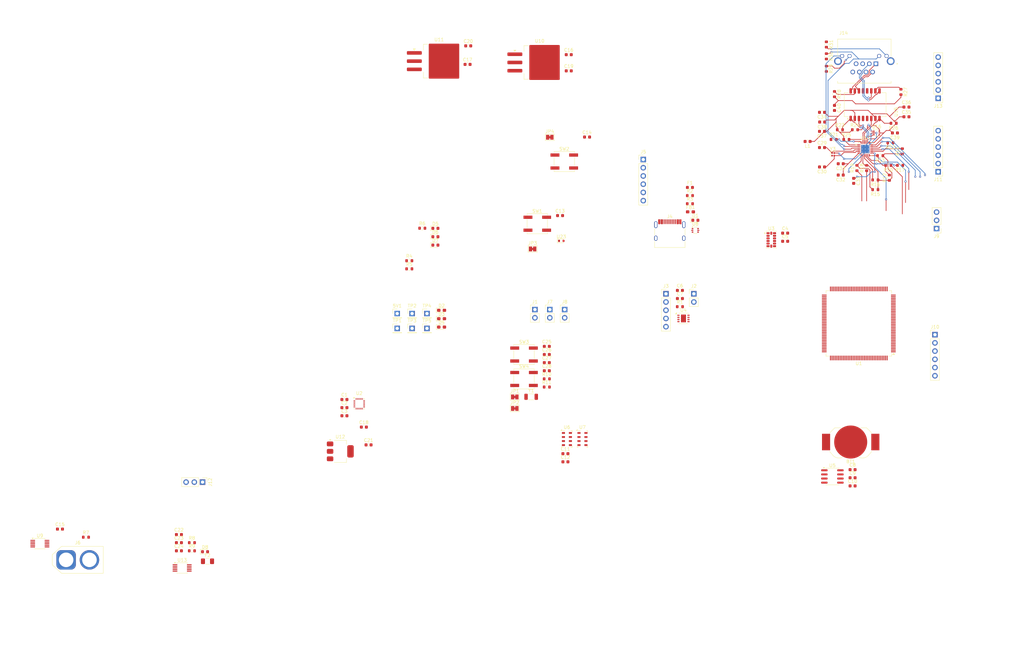
<source format=kicad_pcb>
(kicad_pcb (version 20241229) (generator "pcbnew") (generator_version "9.0")
  (layers (0 "F.Cu" signal) (2 "B.Cu" signal) (13 "F.Paste" user) (15 "B.Paste" user) (5 "F.SilkS" user "F.Silkscreen") (7 "B.SilkS" user "B.Silkscreen") (1 "F.Mask" user) (3 "B.Mask" user) (25 "Edge.Cuts" user))
  (net 0 "")
  (net 19 "Net-(U1-VSS-Pad107)")
  (net 53 "+5V")
  (net 54 "+1V8")
  (net 55 "GND")
  (net 56 "+3V3")
  (net 57 "Net-(U2-REGOUT)")
  (net 58 "Net-(U5-VBAT)")
  (net 59 "Net-(JP3-A)")
  (net 60 "Net-(JP4-A)")
  (net 61 "/power/V_BATT")
  (net 62 "/power/5V_LDO")
  (net 63 "/power/V_BUS_Out")
  (net 64 "/Flashing/VBUS")
  (net 65 "Net-(D1-K)")
  (net 66 "Net-(D2-A)")
  (net 67 "Net-(D3-A)")
  (net 68 "Net-(D4-A)")
  (net 69 "Net-(D8-K)")
  (net 70 "5V_BUS")
  (net 71 "/Flashing/V_USB")
  (net 72 "Net-(F1-Pad2)")
  (net 73 "Net-(U13-Vbus)")
  (net 74 "/MCU/UART8.TX")
  (net 75 "/MCU/UART8.RX")
  (net 76 "/MCU/CAN.RX")
  (net 77 "/MCU/CAN.TX")
  (net 78 "CANL")
  (net 80 "CANH")
  (net 82 "/Flashing/USB-")
  (net 83 "/Flashing/CC2")
  (net 84 "/Flashing/USB+")
  (net 85 "/Flashing/CC1")
  (net 86 "/MCU/ADC1.INP15")
  (net 88 "/power/BATT_INPUT")
  (net 89 "/MCU/I2C4.SDA")
  (net 90 "/MCU/SPI1.SCK")
  (net 91 "/MCU/I2C1.SDA")
  (net 92 "/ADXL375/SPI.SCK")
  (net 93 "/ADXL375/SPI.MOSI")
  (net 94 "/MCU/I2C1.SCL")
  (net 95 "/ADXL375/SPI.MISO")
  (net 96 "/MCU/I2C4.SCL")
  (net 97 "/MCU/SPI1.MOSI")
  (net 98 "/MCU/SPI1.MISO")
  (net 110 "/IMU (2g-16g)/SP1.SCK")
  (net 113 "/IMU (2g-16g)/SPI1.MISO")
  (net 114 "/IMU (2g-16g)/SPI1.MOSI")
  (net 115 "/IMU (2g-16g)/CS")
  (net 116 "/IMU (2g-16g)/INT")
  (net 117 "/ADXL375/INT2")
  (net 118 "/ADXL375/INT1")
  (net 121 "/ADXL375/CS")
  (net 126 "/MS5607/SPI1.MISO")
  (net 127 "/Flashing/D+")
  (net 128 "/Flashing/D-")
  (net 129 "/MCU/UART4.RX")
  (net 130 "/MCU/UART4.TX")
  (net 131 "/Flashing/nRST")
  (net 132 "/MCU/bus_alert")
  (net 133 "/MCU/BUTT_1")
  (net 134 "/MCU/BUTT_0")
  (net 135 "/Extras/OPAMP2.VOUT")
  (net 136 "/MCU/BARO_CS0")
  (net 137 "Net-(C25-Pad2)")
  (net 138 "/MCU/OSC32_OUT")
  (net 139 "/Extras/GPIO.PF2")
  (net 141 "/Extras/OPAMP2.VIN_N")
  (net 143 "/Extras/QSPI.IO3")
  (net 144 "/Extras/QSPI.CS")
  (net 145 "/Extras/ADC1.INP2")
  (net 146 "/Extras/GPIO.PF1")
  (net 147 "/MCU/BARO_CS1")
  (net 148 "/Extras/ADC1.INP6")
  (net 149 "/Extras/GPIO.PF4")
  (net 150 "/Extras/QSPI.IO0")
  (net 151 "/Extras/GPIO.PF0")
  (net 152 "/MCU/OSC32_IN")
  (net 153 "/Extras/QSPI.IO1")
  (net 155 "/Extras/GPIO.PF3")
  (net 157 "/MCU/batt_alert")
  (net 158 "/Extras/QSPI.CLK")
  (net 159 "/Extras/OPAMP2.VIN_P")
  (net 160 "/Extras/QSPI.IO2")
  (net 161 "/Extras/GPIO.PF5")
  (net 162 "Net-(U14-RXD0{slash}MODE0)")
  (net 163 "/Ethernet/RD_P")
  (net 164 "/Ethernet/ETH.MDIO")
  (net 165 "/Ethernet/VDDCR")
  (net 166 "Net-(U14-CRS_DV{slash}MODE2)")
  (net 167 "/Ethernet/LED_Y")
  (net 168 "Net-(U14-RBIAS)")
  (net 169 "Net-(U14-RXER{slash}PHYAD0)")
  (net 170 "/Ethernet/TD_P")
  (net 171 "/Ethernet/ETH.TXD0")
  (net 172 "/Ethernet/3V3_FILTERED")
  (net 173 "Net-(U14-RXD1{slash}MODE1)")
  (net 174 "Net-(U14-~{INT}{slash}REFCLKO)")
  (net 175 "/Ethernet/RD_N")
  (net 176 "/Ethernet/LED_G")
  (net 177 "Net-(U14-XTAL2)")
  (net 178 "/Ethernet/ETH.TX_EN")
  (net 179 "Net-(U14-XTAL1{slash}CLKIN)")
  (net 180 "/Ethernet/TD_N")
  (net 181 "/Ethernet/ETH.MDC")
  (net 182 "/Ethernet/ETH.TXD1")
  (net 183 "/MCU/XTAL_IN")
  (net 184 "/MCU/XTAL_OUT")
  (net 185 "Net-(C40-Pad1)")
  (net 187 "/Ethernet/ETH.RXD0")
  (net 188 "/Ethernet/ETH.RXD1")
  (net 189 "/Ethernet/ETH.CRS_DV")
  (net 190 "/Ethernet/ETH.REF_CLK")
  (net 191 "Net-(R27-Pad1)")
  (net 192 "Net-(R28-Pad1)")
  (net 193 "Net-(J14-Pad11)")
  (net 194 "Net-(J14-Pad9)")
  (net 196 "/Ethernet/TX_P")
  (net 197 "/Ethernet/RX_N")
  (net 198 "/Ethernet/RX_P")
  (net 202 "/Ethernet/TX_N")
  (net 207 "/Extras/GPIO.PE14")
  (net 208 "/Extras/GPIO.PE10")
  (net 209 "/Extras/GPIO.PE12")
  (net 210 "/Extras/GPIO.PE15")
  (net 211 "/Extras/GPIO.PE11")
  (net 212 "/Extras/GPIO.PE13")
  (net 213 "/Extras/ADC1.INN2")
  (footprint "Capacitor_SMD:C_0603_1608Metric" (layer "F.Cu") (at 9 172.88)
    (property "Reference" "C15")
    (property "Value" "0.1uF")
  )
  (footprint "Connector_PinHeader_2.54mm:PinHeader_1x01_P2.54mm_Vertical" (layer "F.Cu") (at 122.25 110.91)
    (property "Reference" "TP5")
    (property "Value" "V_USB")
  )
  (footprint "Sensor_Motion:InvenSense_QFN-24_3x3mm_P0.4mm" (layer "F.Cu") (at 101.355 134.19)
    (property "Reference" "U2")
    (property "Value" "ICM-20948")
  )
  (footprint "Capacitor_SMD:C_0603_1608Metric" (layer "F.Cu") (at 266.65 50.5625 180)
    (property "Reference" "C39")
    (property "Value" "100nF")
  )
  (footprint "Capacitor_SMD:C_0603_1608Metric" (layer "F.Cu") (at 45.71 177.08)
    (property "Reference" "C23")
    (property "Value" "0.1uF")
  )
  (footprint "LED_SMD:LED_0603_1608Metric_Pad1.05x0.95mm_HandSolder" (layer "F.Cu") (at 126.765 105.32)
    (property "Reference" "D2")
    (property "Value" "GREEN")
  )
  (footprint "LED_SMD:LED_0603_1608Metric_Pad1.05x0.95mm_HandSolder" (layer "F.Cu") (at 126.765 110.5)
    (property "Reference" "D4")
    (property "Value" "GREEN")
  )
  (footprint "Capacitor_SMD:C_0603_1608Metric" (layer "F.Cu") (at 159.23 123.99)
    (property "Reference" "C28")
    (property "Value" "5.6uF")
  )
  (footprint "Capacitor_SMD:C_0603_1608Metric" (layer "F.Cu") (at 96.775 135.38)
    (property "Reference" "C2")
    (property "Value" "0.1uF")
  )
  (footprint "Capacitor_SMD:C_0603_1608Metric" (layer "F.Cu") (at 96.775 132.87)
    (property "Reference" "C1")
    (property "Value" "0.1uF")
  )
  (footprint "Button_Switch_SMD:SW_SPST_EVPBF" (layer "F.Cu") (at 156.29 78.59)
    (property "Reference" "SW1")
    (property "Value" "SW_Push")
  )
  (footprint "Capacitor_SMD:C_0603_1608Metric" (layer "F.Cu") (at 244.15 55.0625)
    (property "Reference" "C29")
    (property "Value" "5.6pF")
  )
  (footprint "Resistor_SMD:R_0603_1608Metric" (layer "F.Cu") (at 262.1 57.5625 180)
    (property "Reference" "R13")
    (property "Value" "1K5")
  )
  (footprint "Diode_SMD:D_SOD-523" (layer "F.Cu") (at 163.7 83.88)
    (property "Reference" "U23")
    (property "Value" "ESDALC6V1-1U2")
  )
  (footprint "Capacitor_SMD:C_0603_1608Metric" (layer "F.Cu") (at 45.71 174.57)
    (property "Reference" "C22")
    (property "Value" "47uF")
  )
  (footprint "Resistor_SMD:R_0603_1608Metric" (layer "F.Cu") (at 265.25 53.5625 180)
    (property "Reference" "R22")
    (property "Value" "33R")
  )
  (footprint "Connector_PinHeader_2.54mm:PinHeader_1x01_P2.54mm_Vertical" (layer "F.Cu") (at 113.07 106.32)
    (property "Reference" "5V1")
    (property "Value" "5V")
  )
  (footprint "Capacitor_SMD:C_0603_1608Metric" (layer "F.Cu") (at 166 31.38)
    (property "Reference" "C19")
    (property "Value" "10uF")
  )
  (footprint "Capacitor_SMD:C_0603_1608Metric" (layer "F.Cu") (at 253.925 65.3375 -90)
    (property "Reference" "C31")
    (property "Value" "100nF")
  )
  (footprint "Capacitor_SMD:C_0603_1608Metric" (layer "F.Cu") (at 253.58 157.04)
    (property "Reference" "C9")
    (property "Value" "1uF")
  )
  (footprint "Package_DFN_QFN:VQFN-24-1EP_4x4mm_P0.5mm_EP2.5x2.5mm_ThermalVias" (layer "F.Cu") (at 257.5 55.5)
    (property "Reference" "U14")
    (property "Value" "LAN8742A")
  )
  (footprint "Capacitor_SMD:C_0603_1608Metric" (layer "F.Cu") (at 163.32 76.07)
    (property "Reference" "C13")
    (property "Value" "0.1uF")
  )
  (footprint "Package_TO_SOT_SMD:SOT-223-3_TabPin2" (layer "F.Cu") (at 95.5 148.88)
    (property "Reference" "U12")
    (property "Value" "AMS1117-1.8")
  )
  (footprint "Resistor_SMD:R_0603_1608Metric" (layer "F.Cu") (at 245.5 30.7375 -90)
    (property "Reference" "R29")
    (property "Value" "270R")
  )
  (footprint "Resistor_SMD:R_0603_1608Metric" (layer "F.Cu") (at 247.75 52.5625 180)
    (property "Reference" "R21")
    (property "Value" "12K1")
  )
  (footprint "Capacitor_SMD:C_0603_1608Metric" (layer "F.Cu") (at 104.225 146.88)
    (property "Reference" "C21")
    (property "Value" "22uF")
  )
  (footprint "Capacitor_SMD:C_0603_1608Metric" (layer "F.Cu") (at 159.23 118.97)
    (property "Reference" "C26")
    (property "Value" "100nF")
  )
  (footprint "Resistor_SMD:R_0603_1608Metric" (layer "F.Cu") (at 120.8 79.97)
    (property "Reference" "R6")
    (property "Value" "1k")
  )
  (footprint "Jumper:SolderJumper-2_P1.3mm_Bridged_Pad1.0x1.5mm" (layer "F.Cu") (at 149.35 132.08)
    (property "Reference" "JP1")
    (property "Value" "SolderJumper_2_Bridged")
  )
  (footprint "Package_LGA:LGA-8_3x5mm_P1.25mm" (layer "F.Cu") (at 165.435 145.075)
    (property "Reference" "U6")
    (property "Value" "MS5607-02BA")
  )
  (footprint "Connector_PinHeader_2.54mm:PinHeader_1x03_P2.54mm_Vertical" (layer "F.Cu") (at 279.5 80.08 180)
    (property "Reference" "J9")
    (property "Value" "Conn_01x03_Socket")
  )
  (footprint "Capacitor_SMD:C_0603_1608Metric" (layer "F.Cu") (at 166 26.38)
    (property "Reference" "C16")
    (property "Value" "10uF")
  )
  (footprint "Jumper:SolderJumper-2_P1.3mm_Bridged_Pad1.0x1.5mm" (layer "F.Cu") (at 154.85 86.38)
    (property "Reference" "JP3")
    (property "Value" "SolderJumper_2_Bridged")
  )
  (footprint "Capacitor_SMD:C_0603_1608Metric" (layer "F.Cu") (at 134.775 29.38)
    (property "Reference" "C17")
    (property "Value" "10uF")
  )
  (footprint "Capacitor_SMD:C_0603_1608Metric" (layer "F.Cu") (at 244.15 44.1825 180)
    (property "Reference" "C34")
    (property "Value" "100nF")
  )
  (footprint "Capacitor_SMD:C_0603_1608Metric" (layer "F.Cu") (at 96.775 137.89)
    (property "Reference" "C3")
    (property "Value" "0.1uF")
  )
  (footprint "Capacitor_SMD:C_0603_1608Metric" (layer "F.Cu") (at 164.97 149.6)
    (property "Reference" "C11")
    (property "Value" "0.1uF")
  )
  (footprint "Resistor_SMD:R_0603_1608Metric" (layer "F.Cu") (at 264.925 64.3875 90)
    (property "Reference" "R12")
    (property "Value" "10K")
  )
  (footprint "Resistor_SMD:R_0603_1608Metric" (layer "F.Cu") (at 49.72 179.59)
    (property "Reference" "R9")
    (property "Value" "1k")
  )
  (footprint "Connector_PinHeader_2.54mm:PinHeader_1x02_P2.54mm_Vertical" (layer "F.Cu") (at 204.6 100.22)
    (property "Reference" "J2")
    (property "Value" "Conn_01x02_Socket")
  )
  (footprint "Resistor_SMD:R_0603_1608Metric" (layer "F.Cu") (at 249.675 49.5625)
    (property "Reference" "R23")
    (property "Value" "49.9R")
  )
  (footprint "Connector_PinHeader_2.54mm:PinHeader_1x02_P2.54mm_Vertical" (layer "F.Cu") (at 164.74 105.09)
    (property "Reference" "J8")
    (property "Value" "Conn_01x02_Pin")
  )
  (footprint "Resistor_SMD:R_0603_1608Metric" (layer "F.Cu") (at 203.39 69.9)
    (property "Reference" "R2")
    (property "Value" "5.1k")
  )
  (footprint "Resistor_SMD:R_0603_1608Metric" (layer "F.Cu") (at 159.23 126.5)
    (property "Reference" "R10")
    (property "Value" "100kR")
  )
  (footprint "Resistor_SMD:R_0603_1608Metric" (layer "F.Cu") (at 254.925 61.3875 90)
    (property "Reference" "R19")
    (property "Value" "33R")
  )
  (footprint "Inductor_SMD:L_0603_1608Metric_Pad1.05x0.95mm_HandSolder" (layer "F.Cu") (at 203.56 74.92)
    (property "Reference" "FB1")
    (property "Value" "BLM21PG221")
  )
  (footprint "Capacitor_SMD:C_0603_1608Metric" (layer "F.Cu") (at 239.7 53.1825 180)
    (property "Reference" "L1")
    (property "Value" "600R@100MHz")
  )
  (footprint "Package_SO:SOIC-8_3.9x4.9mm_P1.27mm" (layer "F.Cu") (at 247.35 156.635)
    (property "Reference" "U5")
    (property "Value" "DS3232M")
  )
  (footprint "Crystal:Crystal_SMD_1210-4Pin_1.2x1.0mm" (layer "F.Cu") (at 247.59 57.1525)
    (property "Reference" "Y3")
    (property "Value" "NX2016SA 25MHz")
  )
  (footprint "Resistor_SMD:R_0603_1608Metric" (layer "F.Cu") (at 245.5 23.2375 90)
    (property "Reference" "R31")
    (property "Value" "270R")
  )
  (footprint "Resistor_SMD:R_0603_1608Metric" (layer "F.Cu") (at 245.5 26.8875 -90)
    (property "Reference" "R30")
    (property "Value" "10K")
  )
  (footprint "Transformer_SMD:Transformer_Pulse_H1100NL" (layer "F.Cu") (at 257.445 41.8175 90)
    (property "Reference" "U15")
    (property "Value" "H1102NL")
  )
  (footprint "Resistor_SMD:R_0603_1608Metric" (layer "F.Cu") (at 268.5 37.8875 -90)
    (property "Reference" "R27")
    (property "Value" "75R")
  )
  (footprint "Capacitor_SMD:C_0603_1608Metric" (layer "F.Cu") (at 270.2 45.5625)
    (property "Reference" "C35")
    (property "Value" "100nF")
  )
  (footprint "Package_LGA:LGA-8_3x5mm_P1.25mm" (layer "F.Cu") (at 170.23 145.075)
    (property "Reference" "U7")
    (property "Value" "MS5607-02BA")
  )
  (footprint "Connector_PinHeader_2.54mm:PinHeader_1x05_P2.54mm_Vertical" (layer "F.Cu") (at 196 100.22)
    (property "Reference" "J3")
    (property "Value" "Conn_01x05_Socket")
  )
  (footprint "Button_Switch_SMD:SW_SPST_EVPBF" (layer "F.Cu") (at 152.2 118.98)
    (property "Reference" "SW3")
    (property "Value" "SW_Push")
  )
  (footprint "Connector_PinHeader_2.54mm:PinHeader_1x06_P2.54mm_Vertical" (layer "F.Cu") (at 279 112.84)
    (property "Reference" "J10")
    (property "Value" "Conn_01x06_Socket")
  )
  (footprint "Package_DFN_QFN:DFN-8-1EP_3x3mm_P0.65mm_EP1.55x2.4mm" (layer "F.Cu") (at 201.395 107.835)
    (property "Reference" "U4")
    (property "Value" "MCP2542FDxMF")
  )
  (footprint "Resistor_SMD:R_0603_1608Metric" (layer "F.Cu") (at 260.6 65.0625 180)
    (property "Reference" "R16")
    (property "Value" "10K")
  )
  (footprint "Connector_PinHeader_2.54mm:PinHeader_1x01_P2.54mm_Vertical" (layer "F.Cu") (at 113.07 110.91)
    (property "Reference" "TP1")
    (property "Value" "V_BUS")
  )
  (footprint "Package_TO_SOT_SMD:TO-263-3_TabPin2" (layer "F.Cu") (at 157.02 28.79)
    (property "Reference" "U10")
    (property "Value" "LM1085-3.3")
  )
  (footprint "Capacitor_SMD:C_0603_1608Metric" (layer "F.Cu") (at 248 42.8375 -90)
    (property "Reference" "C40")
    (property "Value" "1nF")
  )
  (footprint "Resistor_SMD:R_0603_1608Metric" (layer "F.Cu") (at 49.72 177.08)
    (property "Reference" "R8")
    (property "Value" "200m")
  )
  (footprint "Battery:BatteryHolder_LINX_BAT-HLD-012-SMT" (layer "F.Cu") (at 253 146)
    (property "Reference" "BT1")
    (property "Value" "BAT-HLD-012-THM")
  )
  (footprint "Diode_SMD:D_0603_1608Metric" (layer "F.Cu") (at 124.85 85.19)
    (property "Reference" "D7")
    (property "Value" "D")
  )
  (footprint "Button_Switch_SMD:SW_SPST_EVPBF" (layer "F.Cu") (at 164.62 59.38)
    (property "Reference" "SW2")
    (property "Value" "SW_Push")
  )
  (footprint "Connector_AMASS:AMASS_XT60-M_1x02_P7.20mm_Vertical" (layer "F.Cu") (at 10.9 182.38)
    (property "Reference" "J6")
    (property "Value" "Conn_01x02")
  )
  (footprint "Diode_SMD:D_0603_1608Metric" (layer "F.Cu") (at 124.85 82.6)
    (property "Reference" "D6")
    (property "Value" "D")
  )
  (footprint "Package_TO_SOT_SMD:SOT-666" (layer "F.Cu") (at 261 50.5625)
    (property "Reference" "U16")
    (property "Value" "USBLC6-2P6")
  )
  (footprint "Capacitor_SMD:C_0603_1608Metric" (layer "F.Cu") (at 244.15 50.0625 180)
    (property "Reference" "C37")
    (property "Value" "100nF")
  )
  (footprint "Connector_PinHeader_2.54mm:PinHeader_1x06_P2.54mm_Vertical" (layer "F.Cu") (at 189 58.76)
    (property "Reference" "J5")
    (property "Value" "Conn_01x06_Pin")
  )
  (footprint "Fuse:Fuse_1206_3216Metric" (layer "F.Cu") (at 54.53 182.82)
    (property "Reference" "F2")
    (property "Value" "Polyfuse")
  )
  (footprint "Capacitor_SMD:C_0603_1608Metric" (layer "F.Cu") (at 102.775 141.38)
    (property "Reference" "C18")
    (property "Value" "10uF")
  )
  (footprint "Package_LGA:LGA-14_3x5mm_P0.8mm_LayoutBorder1x6y" (layer "F.Cu") (at 228.5 83.51)
    (property "Reference" "U3")
    (property "Value" "ADXL375BCCZ-RL7")
  )
  (footprint "Capacitor_SMD:C_0603_1608Metric" (layer "F.Cu") (at 270.2 42.5625)
    (property "Reference" "C36")
    (property "Value" "10uF")
  )
  (footprint "Capacitor_SMD:C_0603_1608Metric" (layer "F.Cu") (at 253.58 159.55)
    (property "Reference" "C10")
    (property "Value" "0.1uF")
  )
  (footprint "Connector_PinHeader_2.54mm:PinHeader_1x01_P2.54mm_Vertical" (layer "F.Cu") (at 122.25 106.32)
    (property "Reference" "TP4")
    (property "Value" "1V8")
  )
  (footprint "Diode_SMD:D_0603_1608Metric" (layer "F.Cu") (at 205.07 77.51)
    (property "Reference" "D1")
    (property "Value" "D")
  )
  (footprint "Capacitor_SMD:C_0603_1608Metric" (layer "F.Cu") (at 134.98 23.66)
    (property "Reference" "C20")
    (property "Value" "10uF")
  )
  (footprint "Jumper:SolderJumper-2_P1.3mm_Bridged_Pad1.0x1.5mm" (layer "F.Cu") (at 160.15 51.88)
    (property "Reference" "JP4")
    (property "Value" "SolderJumper_2_Bridged")
  )
  (footprint "Connector_RJ:CUI_CRJ061-L1-TH" (layer "F.Cu") (at 257.21 32.6225)
    (property "Reference" "J14")
    (property "Value" "CRJ061-L1-TH")
  )
  (footprint "Resistor_SMD:R_0603_1608Metric" (layer "F.Cu") (at 248 38.5625 -90)
    (property "Reference" "R28")
    (property "Value" "75R")
  )
  (footprint "Connector_PinHeader_2.54mm:PinHeader_1x02_P2.54mm_Vertical" (layer "F.Cu") (at 160.15 105.09)
    (property "Reference" "J7")
    (property "Value" "Conn_01x02_Pin")
  )
  (footprint "Jumper:SolderJumper-2_P1.3mm_Bridged_Pad1.0x1.5mm" (layer "F.Cu") (at 149.35 135.63)
    (property "Reference" "JP2")
    (property "Value" "SolderJumper_2_Bridged")
  )
  (footprint "Resistor_SMD:R_0603_1608Metric" (layer "F.Cu") (at 257.925 61.3875 90)
    (property "Reference" "R18")
    (property "Value" "33R")
  )
  (footprint "Inductor_SMD:L_1206_3216Metric" (layer "F.Cu") (at 154.4 132.03)
    (property "Reference" "Y1")
    (property "Value" "NX3215SA 32.768kHz")
  )
  (footprint "Capacitor_SMD:C_0603_1608Metric" (layer "F.Cu") (at 232.775 81.49)
    (property "Reference" "C4")
    (property "Value" "1uF")
  )
  (footprint "Connector_USB:USB_C_Receptacle_HRO_TYPE-C-31-M-12" (layer "F.Cu") (at 197.18 82.01)
    (property "Reference" "J4")
    (property "Value" "USB_C_Receptacle_USB2.0_16P")
  )
  (footprint "Resistor_SMD:R_0603_1608Metric" (layer "F.Cu") (at 260.6 68.0625 180)
    (property "Reference" "R15")
    (property "Value" "10K")
  )
  (footprint "Resistor_SMD:R_0603_1608Metric" (layer "F.Cu") (at 200.3 104.2)
    (property "Reference" "R1")
    (property "Value" "120")
  )
  (footprint "Resistor_SMD:R_0603_1608Metric" (layer "F.Cu") (at 264.6 60.5625 180)
    (property "Reference" "R20")
    (property "Value" "33R")
  )
  (footprint "Capacitor_SMD:C_0603_1608Metric" (layer "F.Cu") (at 249.925 63.5625 180)
    (property "Reference" "C32")
    (property "Value" "470pF")
  )
  (footprint "Connector_PinHeader_2.54mm:PinHeader_1x06_P2.54mm_Vertical" (layer "F.Cu") (at 280 62.54 180)
    (property "Reference" "J11")
    (property "Value" "Conn_01x06_Socket")
  )
  (footprint "Resistor_SMD:R_0603_1608Metric" (layer "F.Cu") (at 268.25 60.5625 180)
    (property "Reference" "R17")
    (property "Value" "10K")
  )
  (footprint "Resistor_SMD:R_0603_1608Metric" (layer "F.Cu") (at 116.79 90.01)
    (property "Reference" "R4")
    (property "Value" "220")
  )
  (footprint "Capacitor_SMD:C_0603_1608Metric" (layer "F.Cu") (at 159.23 116.46)
    (property "Reference" "C25")
    (property "Value" "10uF")
  )
  (footprint "Package_SO:VSSOP-10_3x3mm_P0.5mm" (layer "F.Cu") (at 2.8 177.38)
    (property "Reference" "U9")
    (property "Value" "INA233")
  )
  (footprint "Resistor_SMD:R_0603_1608Metric" (layer "F.Cu") (at 116.79 92.52)
    (property "Reference" "R5")
    (property "Value" "1k")
  )
  (footprint "Resistor_SMD:R_0603_1608Metric" (layer "F.Cu") (at 17.02 175.39)
    (property "Reference" "R7")
    (property "Value" "200m")
  )
  (footprint "Capacitor_SMD:C_0603_1608Metric" (layer "F.Cu") (at 244.15 61.0625 180)
    (property "Reference" "C30")
    (property "Value" "5.6pF")
  )
  (footprint "Resistor_SMD:R_0603_1608Metric" (layer "F.Cu") (at 266.25 47.5625 180)
    (property "Reference" "R26")
    (property "Value" "49.9R")
  )
  (footprint "Resistor_SMD:R_0603_1608Metric" (layer "F.Cu") (at 203.39 72.41)
    (property "Reference" "R3")
    (property "Value" "5.1k")
  )
  (footprint "Capacitor_SMD:C_0603_1608Metric" (layer "F.Cu") (at 159.23 121.48)
    (property "Reference" "C27")
    (property "Value" "5.6uF")
  )
  (footprint "Capacitor_SMD:C_0603_1608Metric" (layer "F.Cu") (at 253.58 154.53)
    (property "Reference" "C8")
    (property "Value" "0.1uF")
  )
  (footprint "Capacitor_SMD:C_0603_1608Metric" (layer "F.Cu") (at 244.2 47.1825)
    (property "Reference" "C38")
    (property "Value" "100nF")
  )
  (footprint "Capacitor_SMD:C_0603_1608Metric" (layer "F.Cu") (at 171.65 51.82)
    (property "Reference" "C14")
    (property "Value" "0.1uF")
  )
  (footprint "Connector_PinHeader_2.54mm:PinHeader_1x01_P2.54mm_Vertical" (layer "F.Cu") (at 117.66 110.91)
    (property "Reference" "TP3")
    (property "Value" "V_BATT")
  )
  (footprint "Capacitor_SMD:C_0603_1608Metric" (layer "F.Cu") (at 249.925 60.0625 180)
    (property "Reference" "C33")
    (property "Value" "1uF")
  )
  (footprint "Connector_PinHeader_2.54mm:PinHeader_1x02_P2.54mm_Vertical" (layer "F.Cu") (at 155.56 105.09)
    (property "Reference" "J1")
    (property "Value" "Conn_01x02_Pin")
  )
  (footprint "Capacitor_SMD:C_0603_1608Metric" (layer "F.Cu") (at 232.775 84)
    (property "Reference" "C5")
    (property "Value" "0.1uF")
  )
  (footprint "Resistor_SMD:R_0603_1608Metric" (layer "F.Cu") (at 254.325 49.5625)
    (property "Reference" "R24")
    (property "Value" "49.9R")
  )
  (footprint "Capacitor_SMD:C_0603_1608Metric" (layer "F.Cu") (at 164.97 152.11)
    (property "Reference" "C12")
    (property "Value" "0.1uF")
  )
  (footprint "Resistor_SMD:R_0603_1608Metric" (layer "F.Cu") (at 159.23 129.01)
    (property "Reference" "R11")
    (property "Value" "100kR")
  )
  (footprint "Capacitor_SMD:C_0603_1608Metric" (layer "F.Cu") (at 200.3 101.69)
    (property "Reference" "C7")
    (property "Value" "0.1uF")
  )
  (footprint "Diode_SMD:D_0603_1608Metric" (layer "F.Cu") (at 124.85 80.01)
    (property "Reference" "D5")
    (property "Value" "D")
  )
  (footprint "Connector_PinHeader_2.54mm:PinHeader_1x01_P2.54mm_Vertical" (layer "F.Cu") (at 117.66 106.32)
    (property "Reference" "TP2")
    (property "Value" "3V3")
  )
  (footprint "Connector_PinHeader_2.54mm:PinHeader_1x03_P2.54mm_Vertical" (layer "F.Cu") (at 53 158.38 -90)
    (property "Reference" "J12")
    (property "Value" "Conn_01x03_Socket")
  )
  (footprint "Button_Switch_SMD:SW_SPST_EVPBF" (layer "F.Cu") (at 152.2 126.53)
    (property "Reference" "SW4")
    (property "Value" "SW_Push")
  )
  (footprint "Package_SO:VSSOP-10_3x3mm_P0.5mm" (layer "F.Cu") (at 46.7 184.88)
    (property "Reference" "U13")
    (property "Value" "INA233")
  )
  (footprint "Resistor_SMD:R_0603_1608Metric" (layer "F.Cu") (at 268.925 56.2375 90)
    (property "Reference" "R14")
    (property "Value" "10K")
  )
  (footprint "Package_TO_SOT_SMD:TO-263-3_TabPin2" (layer "F.Cu") (at 126 28.38)
    (property "Reference" "U11")
    (property "Value" "LM1085-5.0")
  )
  (footprint "Capacitor_SMD:C_0603_1608Metric" (layer "F.Cu") (at 200.3 99.18)
    (property "Reference" "C6")
    (property "Value" "0.1uF")
  )
  (footprint "Capacitor_SMD:C_0603_1608Metric" (layer "F.Cu") (at 45.71 179.59)
    (property "Reference" "C24")
    (property "Value" "0.1uF")
  )
  (footprint "LED_SMD:LED_0603_1608Metric_Pad1.05x0.95mm_HandSolder" (layer "F.Cu") (at 126.765 107.91)
    (property "Reference" "D3")
    (property "Value" "GREEN")
  )
  (footprint "Diode_SMD:D_0603_1608Metric" (layer "F.Cu") (at 53.77 179.87)
    (property "Reference" "D8")
    (property "Value" "D")
  )
  (footprint "Package_QFP:LQFP-144_20x20mm_P0.5mm" (layer "F.Cu") (at 255.5 109.38 180)
    (property "Reference" "U1")
    (property "Value" "STM32H743ZITx")
  )
  (footprint "Connector_PinHeader_2.54mm:PinHeader_1x06_P2.54mm_Vertical" (layer "F.Cu") (at 280 39.85 180)
    (property "Reference" "J13")
    (property "Value" "Conn_01x06_Socket")
  )
  (footprint "Fuse:Fuse_0603_1608Metric" (layer "F.Cu") (at 203.39 67.39)
    (property "Reference" "F1")
    (property "Value" "5V/3A")
  )
  (footprint "Resistor_SMD:R_0603_1608Metric" (layer "F.Cu") (at 251.675 52.5625)
    (property "Reference" "R25")
    (property "Value" "49.9R")
  )
  (footprint "Package_TO_SOT_SMD:SOT-666" (layer "F.Cu") (at 205.05 80.635)
    (property "Reference" "U8")
    (property "Value" "USBLC6-2P6")
  )
  (segment (start 260.075 50.5625) (end 260.925 50.5625) (width 0.2) (layer "F.Cu") (net 55))
  (segment (start 260.075 50.5625) (end 259.576471 50.5625) (width 0.2) (layer "F.Cu") (net 55))
  (segment (start 247.925 56.7425) (end 249.205 56.7425) (width 0.2) (layer "F.Cu") (net 55))
  (segment (start 259.576471 50.5625) (end 259.236835 50.902136) (width 0.2) (layer "F.Cu") (net 55))
  (segment (start 249.205 56.7425) (end 249.425 56.9625) (width 0.2) (layer "F.Cu") (net 55))
  (via (at 252.425 62.5625) (size 0.6) (drill 0.3) (layers "F.Cu" "B.Cu") (net 55))
  (via (at 249.425 56.9625) (size 0.6) (drill 0.3) (layers "F.Cu" "B.Cu") (net 55))
  (via (at 259.236835 50.902136) (size 0.6) (drill 0.3) (layers "F.Cu" "B.Cu") (net 55))
  (via (at 250.925 58.5625) (size 0.6) (drill 0.3) (layers "F.Cu" "B.Cu") (net 55))
  (via (at 260.925 50.5625) (size 0.6) (drill 0.3) (layers "F.Cu" "B.Cu") (net 55))
  (segment (start 256.5 56.5) (end 254.4375 58.5625) (width 0.2) (layer "B.Cu") (net 55))
  (segment (start 249.425 56.9625) (end 250.925 58.4625) (width 0.2) (layer "B.Cu") (net 55))
  (segment (start 254.4375 58.5625) (end 250.925 58.5625) (width 0.2) (layer "B.Cu") (net 55))
  (segment (start 250.925 58.4625) (end 250.925 58.5625) (width 0.2) (layer "B.Cu") (net 55))
  (segment (start 260.925 52.075) (end 258.5 54.5) (width 0.2) (layer "B.Cu") (net 55))
  (segment (start 252.425 61.575) (end 252.425 62.5625) (width 0.2) (layer "B.Cu") (net 55))
  (segment (start 259.236835 52.763165) (end 257.5 54.5) (width 0.2) (layer "B.Cu") (net 55))
  (segment (start 259.236835 50.902136) (end 259.236835 52.763165) (width 0.2) (layer "B.Cu") (net 55))
  (segment (start 257.5 56.5) (end 252.425 61.575) (width 0.2) (layer "B.Cu") (net 55))
  (segment (start 260.925 50.5625) (end 260.925 52.075) (width 0.2) (layer "B.Cu") (net 55))
  (segment (start 257.25 58.3875) (end 260.425 61.5625) (width 0.2) (layer "F.Cu") (net 56))
  (segment (start 264.476 59.1135) (end 264.476 61.6135) (width 0.2) (layer "F.Cu") (net 56))
  (segment (start 268.925 57.0625) (end 268.824 56.9615) (width 0.2) (layer "F.Cu") (net 56))
  (segment (start 265.701 64.4365) (end 264.925 65.2125) (width 0.2) (layer "F.Cu") (net 56))
  (segment (start 261.425 62.5625) (end 261.425 65.0625) (width 0.2) (layer "F.Cu") (net 56))
  (segment (start 257.25 57.4375) (end 257.25 58.3875) (width 0.2) (layer "F.Cu") (net 56))
  (segment (start 265.701 62.8385) (end 265.701 64.4365) (width 0.2) (layer "F.Cu") (net 56))
  (segment (start 253.925 64.5625) (end 254.425 64.5625) (width 0.2) (layer "F.Cu") (net 56))
  (segment (start 262.925 57.5625) (end 264.476 59.1135) (width 0.2) (layer "F.Cu") (net 56))
  (segment (start 260.425 61.5625) (end 260.425 62.5625) (width 0.2) (layer "F.Cu") (net 56))
  (segment (start 254.425 64.5625) (end 254.925 64.0625) (width 0.2) (layer "F.Cu") (net 56))
  (segment (start 268.824 56.9615) (end 263.526 56.9615) (width 0.2) (layer "F.Cu") (net 56))
  (segment (start 261.425 65.0625) (end 261.925 65.0625) (width 0.2) (layer "F.Cu") (net 56))
  (segment (start 264.476 61.6135) (end 265.701 62.8385) (width 0.2) (layer "F.Cu") (net 56))
  (segment (start 261.925 65.0625) (end 262.075 65.2125) (width 0.2) (layer "F.Cu") (net 56))
  (segment (start 262.075 65.2125) (end 264.925 65.2125) (width 0.2) (layer "F.Cu") (net 56))
  (segment (start 261.425 65.0625) (end 261.425 68.0625) (width 0.2) (layer "F.Cu") (net 56))
  (segment (start 260.425 61.5625) (end 261.425 62.5625) (width 0.2) (layer "F.Cu") (net 56))
  (segment (start 263.526 56.9615) (end 262.925 57.5625) (width 0.2) (layer "F.Cu") (net 56))
  (via (at 260.425 62.5625) (size 0.6) (drill 0.3) (layers "F.Cu" "B.Cu") (net 56))
  (via (at 254.925 64.0625) (size 0.6) (drill 0.3) (layers "F.Cu" "B.Cu") (net 56))
  (segment (start 254.925 64.0625) (end 257.925 64.0625) (width 0.2) (layer "B.Cu") (net 56))
  (segment (start 257.925 64.0625) (end 259.425 62.5625) (width 0.2) (layer "B.Cu") (net 56))
  (segment (start 259.425 62.5625) (end 260.425 62.5625) (width 0.2) (layer "B.Cu") (net 56))
  (segment (start 270.925 62.5625) (end 270.925 68.0625) (width 0.2) (layer "F.Cu") (net 131))
  (segment (start 259.4375 55.75) (end 262.58897 55.75) (width 0.2) (layer "F.Cu") (net 131))
  (segment (start 262.58897 55.75) (end 262.806985 55.531985) (width 0.2) (layer "F.Cu") (net 131))
  (via (at 262.806985 55.531985) (size 0.6) (drill 0.3) (layers "F.Cu" "B.Cu") (net 131))
  (via (at 270.925 62.5625) (size 0.6) (drill 0.3) (layers "F.Cu" "B.Cu") (net 131))
  (segment (start 264.894485 55.531985) (end 262.806985 55.531985) (width 0.2) (layer "B.Cu") (net 131))
  (segment (start 270.925 62.5625) (end 270.925 61.5625) (width 0.2) (layer "B.Cu") (net 131))
  (segment (start 270.925 61.5625) (end 264.894485 55.531985) (width 0.2) (layer "B.Cu") (net 131))
  (segment (start 259.775 61.9375) (end 259.775 65.0625) (width 0.2) (layer "F.Cu") (net 162))
  (segment (start 258.4 60.5625) (end 259.775 61.9375) (width 0.2) (layer "F.Cu") (net 162))
  (segment (start 257.925 60.5625) (end 258.4 60.5625) (width 0.2) (layer "F.Cu") (net 162))
  (segment (start 257.925 60.5625) (end 257.425 60.5625) (width 0.2) (layer "F.Cu") (net 162))
  (segment (start 257.425 60.5625) (end 256.75 59.8875) (width 0.2) (layer "F.Cu") (net 162))
  (segment (start 256.75 59.8875) (end 256.75 57.4375) (width 0.2) (layer "F.Cu") (net 162))
  (segment (start 256.75 52.906249) (end 256.775 52.881249) (width 0.2) (layer "F.Cu") (net 163))
  (segment (start 258.131802 48.430698) (end 258.131802 49.194302) (width 0.2) (layer "F.Cu") (net 163))
  (segment (start 259.35 47.976103) (end 259.35 46.0725) (width 0.2) (layer "F.Cu") (net 163))
  (segment (start 256.775 52.5625) (end 256.775 50.551103) (width 0.2) (layer "F.Cu") (net 163))
  (segment (start 258.5 48.0625) (end 258.131802 48.430698) (width 0.2) (layer "F.Cu") (net 163))
  (segment (start 259.4625 50.025) (end 259.124265 49.686765) (width 0.2) (layer "F.Cu") (net 163))
  (segment (start 256.775 50.551103) (end 258.131802 49.194302) (width 0.2) (layer "F.Cu") (net 163))
  (segment (start 260.15 50.025) (end 259.4625 50.025) (width 0.2) (layer "F.Cu") (net 163))
  (segment (start 258.131802 49.194302) (end 259.35 47.976103) (width 0.2) (layer "F.Cu") (net 163))
  (segment (start 256.75 53.5625) (end 256.75 52.906249) (width 0.2) (layer "F.Cu") (net 163))
  (segment (start 252.5 52.5625) (end 256.775 52.5625) (width 0.2) (layer "F.Cu") (net 163))
  (segment (start 256.775 52.881249) (end 256.775 52.5625) (width 0.2) (layer "F.Cu") (net 163))
  (via (at 258.5 48.0625) (size 0.6) (drill 0.3) (layers "F.Cu" "B.Cu") (net 163))
  (via (at 259.124265 49.686765) (size 0.6) (drill 0.3) (layers "F.Cu" "B.Cu") (net 163))
  (segment (start 259.124265 49.686765) (end 259.124265 48.686765) (width 0.2) (layer "B.Cu") (net 163))
  (segment (start 259.124265 48.686765) (end 258.5 48.0625) (width 0.2) (layer "B.Cu") (net 163))
  (segment (start 261.275 57.5625) (end 258.875 57.5625) (width 0.2) (layer "F.Cu") (net 164))
  (segment (start 261.275 57.9125) (end 261.925 58.5625) (width 0.2) (layer "F.Cu") (net 164))
  (segment (start 258.875 57.5625) (end 258.75 57.4375) (width 0.2) (layer "F.Cu") (net 164))
  (segment (start 261.275 57.5625) (end 261.275 57.9125) (width 0.2) (layer "F.Cu") (net 164))
  (segment (start 269.925 65.5625) (end 269.925 72.0625) (width 0.2) (layer "F.Cu") (net 164))
  (via (at 269.925 65.5625) (size 0.6) (drill 0.3) (layers "F.Cu" "B.Cu") (net 164))
  (via (at 261.925 58.5625) (size 0.6) (drill 0.3) (layers "F.Cu" "B.Cu") (net 164))
  (segment (start 269.925 62.0625) (end 269.925 65.5625) (width 0.2) (layer "B.Cu") (net 164))
  (segment (start 262.925 59.5625) (end 267.425 59.5625) (width 0.2) (layer "B.Cu") (net 164))
  (segment (start 267.425 59.5625) (end 269.925 62.0625) (width 0.2) (layer "B.Cu") (net 164))
  (segment (start 261.925 58.5625) (end 262.925 59.5625) (width 0.2) (layer "B.Cu") (net 164))
  (segment (start 250.7 63.5625) (end 250.7 61.6125) (width 0.2) (layer "F.Cu") (net 165))
  (segment (start 250.7 61.6125) (end 252.25 60.0625) (width 0.2) (layer "F.Cu") (net 165))
  (segment (start 252.25 60.0625) (end 255.5625 56.75) (width 0.2) (layer "F.Cu") (net 165))
  (segment (start 250.7 60.0625) (end 252.25 60.0625) (width 0.2) (layer "F.Cu") (net 165))
  (segment (start 263.775 62.4125) (end 264.925 63.5625) (width 0.2) (layer "F.Cu") (net 166))
  (segment (start 262.925 60.5625) (end 261.425 59.0625) (width 0.2) (layer "F.Cu") (net 166))
  (segment (start 263.925 60.5625) (end 262.925 60.5625) (width 0.2) (layer "F.Cu") (net 166))
  (segment (start 261.425 59.0625) (end 259.421702 59.0625) (width 0.2) (layer "F.Cu") (net 166))
  (segment (start 263.775 60.5625) (end 263.775 62.4125) (width 0.2) (layer "F.Cu") (net 166))
  (segment (start 259.421702 59.0625) (end 258.25 57.890798) (width 0.2) (layer "F.Cu") (net 166))
  (segment (start 258.25 57.890798) (end 258.25 57.4375) (width 0.2) (layer "F.Cu") (net 166))
  (segment (start 253.0671 55.5625) (end 253.3796 55.25) (width 0.2) (layer "F.Cu") (net 167))
  (segment (start 250.925 55.5625) (end 253.0671 55.5625) (width 0.2) (layer "F.Cu") (net 167))
  (segment (start 253.3796 55.25) (end 255.5625 55.25) (width 0.2) (layer "F.Cu") (net 167))
  (via (at 250.925 55.5625) (size 0.6) (drill 0.3) (layers "F.Cu" "B.Cu") (net 167))
  (segment (start 245.4 50.0375) (end 250.925 55.5625) (width 0.2) (layer "B.Cu") (net 167))
  (segment (start 245.4 29.1625) (end 245.4 49.5625) (width 0.2) (layer "B.Cu") (net 167))
  (segment (start 250.35 26.7825) (end 247.78 26.7825) (width 0.2) (layer "B.Cu") (net 167))
  (segment (start 245.4 49.5625) (end 245.4 50.0375) (width 0.2) (layer "B.Cu") (net 167))
  (segment (start 247.78 26.7825) (end 245.4 29.1625) (width 0.2) (layer "B.Cu") (net 167))
  (segment (start 255.85 53.1625) (end 253.925 53.1625) (width 0.2) (layer "F.Cu") (net 168))
  (segment (start 249.425 52.5625) (end 248.575 52.5625) (width 0.2) (layer "F.Cu") (net 168))
  (segment (start 256.25 53.5625) (end 255.85 53.1625) (width 0.2) (layer "F.Cu") (net 168))
  (via (at 253.925 53.1625) (size 0.6) (drill 0.3) (layers "F.Cu" "B.Cu") (net 168))
  (via (at 249.425 52.5625) (size 0.6) (drill 0.3) (layers "F.Cu" "B.Cu") (net 168))
  (segment (start 253.925 53.1625) (end 250.025 53.1625) (width 0.2) (layer "B.Cu") (net 168))
  (segment (start 250.025 53.1625) (end 249.425 52.5625) (width 0.2) (layer "B.Cu") (net 168))
  (segment (start 257.75 57.4375) (end 257.75 57.957898) (width 0.2) (layer "F.Cu") (net 169))
  (segment (start 257.75 57.957898) (end 259.854602 60.0625) (width 0.2) (layer "F.Cu") (net 169))
  (segment (start 266.425 60.5625) (end 267.425 60.5625) (width 0.2) (layer "F.Cu") (net 169))
  (segment (start 259.854602 60.0625) (end 260.925 60.0625) (width 0.2) (layer "F.Cu") (net 169))
  (via (at 266.425 60.5625) (size 0.6) (drill 0.3) (layers "F.Cu" "B.Cu") (net 169))
  (via (at 260.925 60.0625) (size 0.6) (drill 0.3) (layers "F.Cu" "B.Cu") (net 169))
  (segment (start 265.925 60.0625) (end 266.425 60.5625) (width 0.2) (layer "B.Cu") (net 169))
  (segment (start 261.925 60.0625) (end 260.925 60.0625) (width 0.2) (layer "B.Cu") (net 169))
  (segment (start 261.925 60.0625) (end 265.925 60.0625) (width 0.2) (layer "B.Cu") (net 169))
  (segment (start 256.048438 48.71198) (end 255.63948 48.71198) (width 0.2) (layer "F.Cu") (net 170))
  (segment (start 255.63948 48.71198) (end 254.126 47.1985) (width 0.2) (layer "F.Cu") (net 170))
  (segment (start 250.5 49.5625) (end 250.5 48.5725) (width 0.2) (layer "F.Cu") (net 170))
  (segment (start 259.425 51.5625) (end 259.8875 51.1) (width 0.2) (layer "F.Cu") (net 170))
  (segment (start 253.871358 47.1985) (end 253.589 46.916142) (width 0.2) (layer "F.Cu") (net 170))
  (segment (start 258.148958 51.5625) (end 259.425 51.5625) (width 0.2) (layer "F.Cu") (net 170))
  (segment (start 257.949479 51.761979) (end 258.148958 51.5625) (width 0.2) (layer "F.Cu") (net 170))
  (segment (start 257.775 52.219301) (end 257.949479 52.044822) (width 0.2) (layer "F.Cu") (net 170))
  (segment (start 259.8875 51.1) (end 260.15 51.1) (width 0.2) (layer "F.Cu") (net 170))
  (segment (start 257.75 52.906249) (end 257.775 52.881249) (width 0.2) (layer "F.Cu") (net 170))
  (segment (start 257.775 52.881249) (end 257.775 52.219301) (width 0.2) (layer "F.Cu") (net 170))
  (segment (start 257.75 53.5625) (end 257.75 52.906249) (width 0.2) (layer "F.Cu") (net 170))
  (segment (start 254.126 47.1985) (end 253.871358 47.1985) (width 0.2) (layer "F.Cu") (net 170))
  (segment (start 257.949479 52.044822) (end 257.949479 51.761979) (width 0.2) (layer "F.Cu") (net 170))
  (segment (start 253.589 46.916142) (end 253.589 46.6615) (width 0.2) (layer "F.Cu") (net 170))
  (segment (start 253.589 46.6615) (end 253 46.0725) (width 0.2) (layer "F.Cu") (net 170))
  (segment (start 256.199479 48.863021) (end 256.048438 48.71198) (width 0.2) (layer "F.Cu") (net 170))
  (segment (start 250.5 48.5725) (end 253 46.0725) (width 0.2) (layer "F.Cu") (net 170))
  (via (at 256.199479 48.863021) (size 0.6) (drill 0.3) (layers "F.Cu" "B.Cu") (net 170))
  (via (at 257.949479 51.761979) (size 0.6) (drill 0.3) (layers "F.Cu" "B.Cu") (net 170))
  (segment (start 258.10052 50.481219) (end 256.482322 48.863021) (width 0.2) (layer "B.Cu") (net 170))
  (segment (start 258.10052 51.610938) (end 258.10052 50.481219) (width 0.2) (layer "B.Cu") (net 170))
  (segment (start 256.482322 48.863021) (end 256.199479 48.863021) (width 0.2) (layer "B.Cu") (net 170))
  (segment (start 257.949479 51.761979) (end 258.10052 51.610938) (width 0.2) (layer "B.Cu") (net 170))
  (segment (start 259.4375 54.75) (end 261.08603 54.75) (width 0.2) (layer "F.Cu") (net 171))
  (segment (start 261.08603 54.75) (end 262.599265 53.236765) (width 0.2) (layer "F.Cu") (net 171))
  (via (at 274.425 64.0625) (size 0.6) (drill 0.3) (layers "F.Cu" "B.Cu") (net 171))
  (via (at 262.599265 53.236765) (size 0.6) (drill 0.3) (layers "F.Cu" "B.Cu") (net 171))
  (segment (start 266.925 55.0625) (end 274.425 62.5625) (width 0.2) (layer "B.Cu") (net 171))
  (segment (start 274.425 62.5625) (end 274.425 64.0625) (width 0.2) (layer "B.Cu") (net 171))
  (segment (start 265.099265 53.236765) (end 266.925 55.0625) (width 0.2) (layer "B.Cu") (net 171))
  (segment (start 262.599265 53.236765) (end 265.099265 53.236765) (width 0.2) (layer "B.Cu") (net 171))
  (segment (start 252.5375 54.25) (end 250.85 52.5625) (width 0.2) (layer "F.Cu") (net 172))
  (segment (start 250.85 52.5625) (end 250.85 51.5625) (width 0.2) (layer "F.Cu") (net 172))
  (segment (start 268.045 45.5625) (end 269.425 45.5625) (width 0.2) (layer "F.Cu") (net 172))
  (segment (start 251 43.5625) (end 249.1525 45.41) (width 0.2) (layer "F.Cu") (net 172))
  (segment (start 253 43.5625) (end 251 43.5625) (width 0.2) (layer "F.Cu") (net 172))
  (segment (start 246.1525 45.41) (end 244.925 44.1825) (width 0.2) (layer "F.Cu") (net 172))
  (segment (start 261.925 50.5625) (end 263.198358 50.5625) (width 0.2) (layer "F.Cu") (net 172))
  (segment (start 267.925 42.5625) (end 265 45.4875) (width 0.2) (layer "F.Cu") (net 172))
  (segment (start 265 45.4875) (end 266.31 46.7975) (width 0.2) (layer "F.Cu") (net 172))
  (segment (start 265 49.6375) (end 264.839142 49.798358) (width 0.2) (layer "F.Cu") (net 172))
  (segment (start 263.9625 49.798358) (end 263.198358 50.5625) (width 0.2) (layer "F.Cu") (net 172))
  (segment (start 250.85 51.5625) (end 249.626 50.3385) (width 0.2) (layer "F.Cu") (net 172))
  (segment (start 265 49.6375) (end 265.925 50.5625) (width 0.2) (layer "F.Cu") (net 172))
  (segment (start 269.425 42.5625) (end 267.925 42.5625) (width 0.2) (layer "F.Cu") (net 172))
  (segment (start 245.62 50.0625) (end 248.5 47.1825) (width 0.2) (layer "F.Cu") (net 172))
  (segment (start 254.27 44.3325) (end 253.5 43.5625) (width 0.2) (layer "F.Cu") (net 172))
  (segment (start 244.975 47.1825) (end 245.595 46.5625) (width 0.2) (layer "F.Cu") (net 172))
  (segment (start 260.62 46.0725) (end 260.62 45.817858) (width 0.2) (layer "F.Cu") (net 172))
  (segment (start 248.5 48.5625) (end 248.5 47.1825) (width 0.2) (layer "F.Cu") (net 172))
  (segment (start 260.198358 53.5625) (end 258.75 53.5625) (width 0.2) (layer "F.Cu") (net 172))
  (segment (start 267.075 47.5625) (end 265 49.6375) (width 0.2) (layer "F.Cu") (net 172))
  (segment (start 258.364642 43.5625) (end 253 43.5625) (width 0.2) (layer "F.Cu") (net 172))
  (segment (start 260.62 45.817858) (end 259.432321 44.630179) (width 0.2) (layer "F.Cu") (net 172))
  (segment (start 244.925 50.0625) (end 241.805 53.1825) (width 0.2) (layer "F.Cu") (net 172))
  (segment (start 253.5 43.5625) (end 253 43.5625) (width 0.2) (layer "F.Cu") (net 172))
  (segment (start 255.5625 54.25) (end 252.5375 54.25) (width 0.2) (layer "F.Cu") (net 172))
  (segment (start 266.31 46.7975) (end 266.81 46.7975) (width 0.2) (layer "F.Cu") (net 172))
  (segment (start 241.805 53.1825) (end 240.475 53.1825) (width 0.2) (layer "F.Cu") (net 172))
  (segment (start 266.81 46.7975) (end 268.045 45.5625) (width 0.2) (layer "F.Cu") (net 172))
  (segment (start 249.626 50.3385) (end 248.85 49.5625) (width 0.2) (layer "F.Cu") (net 172))
  (segment (start 266.31 46.7975) (end 267.075 47.5625) (width 0.2) (layer "F.Cu") (net 172))
  (segment (start 249.1525 45.41) (end 248.5 46.0625) (width 0.2) (layer "F.Cu") (net 172))
  (segment (start 245.595 46.5625) (end 248 46.5625) (width 0.2) (layer "F.Cu") (net 172))
  (segment (start 254.27 46.0725) (end 254.27 44.3325) (width 0.2) (layer "F.Cu") (net 172))
  (segment (start 263.198358 50.5625) (end 260.198358 53.5625) (width 0.2) (layer "F.Cu") (net 172))
  (segment (start 244.925 50.0625) (end 245.62 50.0625) (width 0.2) (layer "F.Cu") (net 172))
  (segment (start 249.1525 45.41) (end 246.1525 45.41) (width 0.2) (layer "F.Cu") (net 172))
  (segment (start 248 46.5625) (end 248.5 46.0625) (width 0.2) (layer "F.Cu") (net 172))
  (segment (start 259.432321 44.630179) (end 258.364642 43.5625) (width 0.2) (layer "F.Cu") (net 172))
  (segment (start 264.142679 44.630179) (end 265 45.4875) (width 0.2) (layer "F.Cu") (net 172))
  (segment (start 248.85 49.5625) (end 248.85 48.9125) (width 0.2) (layer "F.Cu") (net 172))
  (segment (start 248.5 47.1825) (end 248.5 46.0625) (width 0.2) (layer "F.Cu") (net 172))
  (segment (start 248.85 48.9125) (end 248.5 48.5625) (width 0.2) (layer "F.Cu") (net 172))
  (segment (start 259.432321 44.630179) (end 264.142679 44.630179) (width 0.2) (layer "F.Cu") (net 172))
  (segment (start 264.839142 49.798358) (end 263.9625 49.798358) (width 0.2) (layer "F.Cu") (net 172))
  (segment (start 253.5 49.5625) (end 252.724 50.3385) (width 0.2) (layer "F.Cu") (net 172))
  (segment (start 252.724 50.3385) (end 249.626 50.3385) (width 0.2) (layer "F.Cu") (net 172))
  (segment (start 256.25 59.2375) (end 254.925 60.5625) (width 0.2) (layer "F.Cu") (net 173))
  (segment (start 258.925 62.023436) (end 258.413064 61.5115) (width 0.2) (layer "F.Cu") (net 173))
  (segment (start 259.775 68.0625) (end 258.925 67.2125) (width 0.2) (layer "F.Cu") (net 173))
  (segment (start 256.25 57.4375) (end 256.25 59.2375) (width 0.2) (layer "F.Cu") (net 173))
  (segment (start 258.413064 61.5115) (end 255.874 61.5115) (width 0.2) (layer "F.Cu") (net 173))
  (segment (start 258.925 67.2125) (end 258.925 62.023436) (width 0.2) (layer "F.Cu") (net 173))
  (segment (start 255.874 61.5115) (end 254.925 60.5625) (width 0.2) (layer "F.Cu") (net 173))
  (segment (start 263.775 55.4125) (end 264.425 54.7625) (width 0.2) (layer "F.Cu") (net 174))
  (segment (start 262.9375 56.25) (end 263.775 55.4125) (width 0.2) (layer "F.Cu") (net 174))
  (segment (start 268.925 55.4125) (end 263.775 55.4125) (width 0.2) (layer "F.Cu") (net 174))
  (segment (start 259.4375 56.25) (end 262.9375 56.25) (width 0.2) (layer "F.Cu") (net 174))
  (segment (start 264.425 54.7625) (end 264.425 53.5625) (width 0.2) (layer "F.Cu") (net 174))
  (segment (start 261.85 49.4875) (end 260.6625 48.3) (width 0.2) (layer "F.Cu") (net 175))
  (segment (start 257.225 50.7375) (end 259.45 48.5125) (width 0.2) (layer "F.Cu") (net 175))
  (segment (start 260.764 47.1985) (end 261.018642 47.1985) (width 0.2) (layer "F.Cu") (net 175))
  (segment (start 261.301 46.916142) (end 261.301 46.6615) (width 0.2) (layer "F.Cu") (net 175))
  (segment (start 260.6625 48.3) (end 259.6625 48.3) (width 0.2) (layer "F.Cu") (net 175))
  (segment (start 259.6625 48.3) (end 260.764 47.1985) (width 0.2) (layer "F.Cu") (net 175))
  (segment (start 257.25 53.5625) (end 257.25 52.906249) (width 0.2) (layer "F.Cu") (net 175))
  (segment (start 259.45 48.5125) (end 259.6625 48.3) (width 0.2) (layer "F.Cu") (net 175))
  (segment (start 263.38 47.5625) (end 261.89 46.0725) (width 0.2) (layer "F.Cu") (net 175))
  (segment (start 265.425 47.5625) (end 263.38 47.5625) (width 0.2) (layer "F.Cu") (net 175))
  (segment (start 257.225 52.881249) (end 257.225 50.7375) (width 0.2) (layer "F.Cu") (net 175))
  (segment (start 261.018642 47.1985) (end 261.301 46.916142) (width 0.2) (layer "F.Cu") (net 175))
  (segment (start 261.85 50.025) (end 261.85 49.4875) (width 0.2) (layer "F.Cu") (net 175))
  (segment (start 257.25 52.906249) (end 257.225 52.881249) (width 0.2) (layer "F.Cu") (net 175))
  (segment (start 261.301 46.6615) (end 261.89 46.0725) (width 0.2) (layer "F.Cu") (net 175))
  (segment (start 246.5 26.0625) (end 247 25.5625) (width 0.2) (layer "F.Cu") (net 176))
  (segment (start 255.5625 54.75) (end 253.3125 54.75) (width 0.2) (layer "F.Cu") (net 176))
  (segment (start 245.5 26.0625) (end 246.5 26.0625) (width 0.2) (layer "F.Cu") (net 176))
  (segment (start 253.3125 54.75) (end 251.1125 54.75) (width 0.2) (layer "F.Cu") (net 176))
  (segment (start 251.1125 54.75) (end 250.925 54.5625) (width 0.2) (layer "F.Cu") (net 176))
  (via (at 247 25.5625) (size 0.6) (drill 0.3) (layers "F.Cu" "B.Cu") (net 176))
  (via (at 250.925 54.5625) (size 0.6) (drill 0.3) (layers "F.Cu" "B.Cu") (net 176))
  (segment (start 253.354 25.5625) (end 255.5 27.7085) (width 0.2) (layer "B.Cu") (net 176))
  (segment (start 246 34.375257) (end 251.312757 29.0625) (width 0.2) (layer "B.Cu") (net 176))
  (segment (start 246 50.0704) (end 246 34.375257) (width 0.2) (layer "B.Cu") (net 176))
  (segment (start 252.5 29.0625) (end 253.854 27.7085) (width 0.2) (layer "B.Cu") (net 176))
  (segment (start 255.5 27.7085) (end 260.854 27.7085) (width 0.2) (layer "B.Cu") (net 176))
  (segment (start 260.854 27.7085) (end 261.78 26.7825) (width 0.2) (layer "B.Cu") (net 176))
  (segment (start 249.9921 54.0625) (end 246 50.0704) (width 0.2) (layer "B.Cu") (net 176))
  (segment (start 251.312757 29.0625) (end 252.5 29.0625) (width 0.2) (layer "B.Cu") (net 176))
  (segment (start 253.854 27.7085) (end 255.5 27.7085) (width 0.2) (layer "B.Cu") (net 176))
  (segment (start 247 25.5625) (end 253.354 25.5625) (width 0.2) (layer "B.Cu") (net 176))
  (segment (start 250.925 54.5625) (end 250.425 54.0625) (width 0.2) (layer "B.Cu") (net 176))
  (segment (start 250.425 54.0625) (end 249.9921 54.0625) (width 0.2) (layer "B.Cu") (net 176))
  (segment (start 247.255 56.7425) (end 247.255 56.557396) (width 0.2) (layer "F.Cu") (net 177))
  (segment (start 253.806 56.1815) (end 254.2375 55.75) (width 0.2) (layer "F.Cu") (net 177))
  (segment (start 247.255 56.557396) (end 247.630896 56.1815) (width 0.2) (layer "F.Cu") (net 177))
  (segment (start 247.630896 56.1815) (end 253.806 56.1815) (width 0.2) (layer "F.Cu") (net 177))
  (segment (start 244.925 55.0625) (end 245.575 55.0625) (width 0.2) (layer "F.Cu") (net 177))
  (segment (start 245.575 55.0625) (end 247.255 56.7425) (width 0.2) (layer "F.Cu") (net 177))
  (segment (start 254.2375 55.75) (end 255.5625 55.75) (width 0.2) (layer "F.Cu") (net 177))
  (segment (start 259.4375 55.25) (end 261.7375 55.25) (width 0.2) (layer "F.Cu") (net 178))
  (segment (start 261.7375 55.25) (end 262.425 54.5625) (width 0.2) (layer "F.Cu") (net 178))
  (via (at 272.925 64.0625) (size 0.6) (drill 0.3) (layers "F.Cu" "B.Cu") (net 178))
  (via (at 262.425 54.5625) (size 0.6) (drill 0.3) (layers "F.Cu" "B.Cu") (net 178))
  (segment (start 272.925 62.0625) (end 272.925 64.0625) (width 0.2) (layer "B.Cu") (net 178))
  (segment (start 262.425 54.5625) (end 265.425 54.5625) (width 0.2) (layer "B.Cu") (net 178))
  (segment (start 265.425 54.5625) (end 266.425 55.5625) (width 0.2) (layer "B.Cu") (net 178))
  (segment (start 266.425 55.5625) (end 272.925 62.0625) (width 0.2) (layer "B.Cu") (net 178))
  (segment (start 254.7375 56.25) (end 255.5625 56.25) (width 0.2) (layer "F.Cu") (net 179))
  (segment (start 247.925 58.5625) (end 247.925 57.5625) (width 0.2) (layer "F.Cu") (net 179))
  (segment (start 253.9721 56.5825) (end 253.9921 56.5625) (width 0.2) (layer "F.Cu") (net 179))
  (segment (start 244.925 61.0625) (end 245.425 61.0625) (width 0.2) (layer "F.Cu") (net 179))
  (segment (start 250.905 56.5825) (end 253.9721 56.5825) (width 0.2) (layer "F.Cu") (net 179))
  (segment (start 253.9921 56.5625) (end 254.425 56.5625) (width 0.2) (layer "F.Cu") (net 179))
  (segment (start 247.925 57.5625) (end 249.925 57.5625) (width 0.2) (layer "F.Cu") (net 179))
  (segment (start 254.425 56.5625) (end 254.7375 56.25) (width 0.2) (layer "F.Cu") (net 179))
  (segment (start 245.425 61.0625) (end 247.925 58.5625) (width 0.2) (layer "F.Cu") (net 179))
  (segment (start 249.925 57.5625) (end 250.905 56.5825) (width 0.2) (layer "F.Cu") (net 179))
  (segment (start 256.800521 48.261979) (end 255.825876 48.261979) (width 0.2) (layer "F.Cu") (net 180))
  (segment (start 255.825876 48.261979) (end 255.54 47.976103) (width 0.2) (layer "F.Cu") (net 180))
  (segment (start 260.586979 52.363021) (end 261.85 51.1) (width 0.2) (layer "F.Cu") (net 180))
  (segment (start 256.349943 49.5625) (end 256.800521 49.111922) (width 0.2) (layer "F.Cu") (net 180))
  (segment (start 255.15 49.5625) (end 256.349943 49.5625) (width 0.2) (layer "F.Cu") (net 180))
  (segment (start 258.225 52.881249) (end 258.225 52.405699) (width 0.2) (layer "F.Cu") (net 180))
  (segment (start 258.550521 52.363021) (end 260.586979 52.363021) (width 0.2) (layer "F.Cu") (net 180))
  (segment (start 258.25 52.906249) (end 258.225 52.881249) (width 0.2) (layer "F.Cu") (net 180))
  (segment (start 258.267678 52.363021) (end 258.550521 52.363021) (width 0.2) (layer "F.Cu") (net 180))
  (segment (start 258.25 53.5625) (end 258.25 52.906249) (width 0.2) (layer "F.Cu") (net 180))
  (segment (start 255.54 47.976103) (end 255.54 46.0725) (width 0.2) (layer "F.Cu") (net 180))
  (segment (start 258.225 52.405699) (end 258.267678 52.363021) (width 0.2) (layer "F.Cu") (net 180))
  (segment (start 256.800521 49.111922) (end 256.800521 48.261979) (width 0.2) (layer "F.Cu") (net 180))
  (via (at 258.550521 52.363021) (size 0.6) (drill 0.3) (layers "F.Cu" "B.Cu") (net 180))
  (via (at 256.800521 48.261979) (size 0.6) (drill 0.3) (layers "F.Cu" "B.Cu") (net 180))
  (segment (start 258.550521 52.363021) (end 258.550521 50.294822) (width 0.2) (layer "B.Cu") (net 180))
  (segment (start 256.800521 48.544822) (end 256.800521 48.261979) (width 0.2) (layer "B.Cu") (net 180))
  (segment (start 258.550521 50.294822) (end 256.800521 48.544822) (width 0.2) (layer "B.Cu") (net 180))
  (segment (start 259.4375 56.75) (end 260.197867 56.75) (width 0.2) (layer "F.Cu") (net 181))
  (segment (start 260.197867 56.75) (end 260.410367 56.9625) (width 0.2) (layer "F.Cu") (net 181))
  (segment (start 263.925 71.0625) (end 263.925 74.5625) (width 0.2) (layer "F.Cu") (net 181))
  (via (at 263.925 71.0625) (size 0.6) (drill 0.3) (layers "F.Cu" "B.Cu") (net 181))
  (via (at 260.410367 56.9625) (size 0.6) (drill 0.3) (layers "F.Cu" "B.Cu") (net 181))
  (segment (start 260.324 58.6635) (end 260.324 60.9615) (width 0.2) (layer "B.Cu") (net 181))
  (segment (start 260.425 61.0625) (end 263.925 64.5625) (width 0.2) (layer "B.Cu") (net 181))
  (segment (start 263.925 64.5625) (end 263.925 71.0625) (width 0.2) (layer "B.Cu") (net 181))
  (segment (start 260.425 56.977133) (end 260.425 58.5625) (width 0.2) (layer "B.Cu") (net 181))
  (segment (start 260.324 60.9615) (end 260.425 61.0625) (width 0.2) (layer "B.Cu") (net 181))
  (segment (start 260.425 58.5625) (end 260.324 58.6635) (width 0.2) (layer "B.Cu") (net 181))
  (segment (start 260.410367 56.9625) (end 260.425 56.977133) (width 0.2) (layer "B.Cu") (net 181))
  (segment (start 262.925 52.0625) (end 260.7375 54.25) (width 0.2) (layer "F.Cu") (net 182))
  (segment (start 260.7375 54.25) (end 259.4375 54.25) (width 0.2) (layer "F.Cu") (net 182))
  (via (at 262.925 52.0625) (size 0.6) (drill 0.3) (layers "F.Cu" "B.Cu") (net 182))
  (via (at 275.925 63.5625) (size 0.6) (drill 0.3) (layers "F.Cu" "B.Cu") (net 182))
  (segment (start 262.925 52.0625) (end 264.925 52.0625) (width 0.2) (layer "B.Cu") (net 182))
  (segment (start 267.425 54.5625) (end 275.925 63.0625) (width 0.2) (layer "B.Cu") (net 182))
  (segment (start 275.925 63.0625) (end 275.925 63.5625) (width 0.2) (layer "B.Cu") (net 182))
  (segment (start 264.925 52.0625) (end 267.425 54.5625) (width 0.2) (layer "B.Cu") (net 182))
  (segment (start 248 41.7375) (end 249.175 40.5625) (width 0.2) (layer "F.Cu") (net 185))
  (segment (start 254.5 41.5625) (end 266.5 41.5625) (width 0.2) (layer "F.Cu") (net 185))
  (segment (start 249.175 40.5625) (end 253.5 40.5625) (width 0.2) (layer "F.Cu") (net 185))
  (segment (start 248 42.0625) (end 248 41.7375) (width 0.2) (layer "F.Cu") (net 185))
  (segment (start 266.5 41.5625) (end 268.5 39.5625) (width 0.2) (layer "F.Cu") (net 185))
  (segment (start 253.5 40.5625) (end 254.5 41.5625) (width 0.2) (layer "F.Cu") (net 185))
  (segment (start 268.5 39.5625) (end 268.5 38.7125) (width 0.2) (layer "F.Cu") (net 185))
  (segment (start 248 39.3875) (end 249.175 40.5625) (width 0.2) (layer "F.Cu") (net 185))
  (segment (start 268.5 38.7125) (end 268.5 39.0625) (width 0.2) (layer "F.Cu") (net 185))
  (segment (start 257.925 62.2125) (end 257.925 71.5625) (width 0.2) (layer "F.Cu") (net 187))
  (segment (start 254.925 62.2125) (end 256.425 63.7125) (width 0.2) (layer "F.Cu") (net 188))
  (segment (start 256.425 63.7125) (end 256.425 71.5625) (width 0.2) (layer "F.Cu") (net 188))
  (segment (start 268.925 64.0625) (end 268.925 75.5625) (width 0.2) (layer "F.Cu") (net 189))
  (segment (start 265.425 60.5625) (end 268.925 64.0625) (width 0.2) (layer "F.Cu") (net 189))
  (segment (start 261.491358 36.4365) (end 267.874 36.4365) (width 0.2) (layer "F.Cu") (net 191))
  (segment (start 260.62 37.307858) (end 261.491358 36.4365) (width 0.2) (layer "F.Cu") (net 191))
  (segment (start 260.62 37.5625) (end 260.62 37.307858) (width 0.2) (layer "F.Cu") (net 191))
  (segment (start 267.874 36.4365) (end 268.5 37.0625) (width 0.2) (layer "F.Cu") (net 191))
  (segment (start 253.969 38.6885) (end 254.27 38.3875) (width 0.2) (layer "F.Cu") (net 192))
  (segment (start 248 37.7375) (end 248.951 38.6885) (width 0.2) (layer "F.Cu") (net 192))
  (segment (start 248.951 38.6885) (end 253.969 38.6885) (width 0.2) (layer "F.Cu") (net 192))
  (segment (start 254.27 38.3875) (end 254.27 37.5625) (width 0.2) (layer "F.Cu") (net 192))
  (segment (start 247.35 29.9125) (end 245.5 29.9125) (width 0.2) (layer "F.Cu") (net 193))
  (segment (start 251.5 28.0625) (end 251 28.5625) (width 0.2) (layer "F.Cu") (net 193))
  (segment (start 251 28.5625) (end 251 29.0625) (width 0.2) (layer "F.Cu") (net 193))
  (segment (start 251 29.0625) (end 249.5 30.5625) (width 0.2) (layer "F.Cu") (net 193))
  (segment (start 249.5 30.5625) (end 248 30.5625) (width 0.2) (layer "F.Cu") (net 193))
  (segment (start 248 30.5625) (end 247.35 29.9125) (width 0.2) (layer "F.Cu") (net 193))
  (via (at 251.5 28.0625) (size 0.6) (drill 0.3) (layers "F.Cu" "B.Cu") (net 193))
  (segment (start 252.64 26.7825) (end 252.64 26.9225) (width 0.2) (layer "B.Cu") (net 193))
  (segment (start 252.64 26.9225) (end 251.5 28.0625) (width 0.2) (layer "B.Cu") (net 193))
  (segment (start 246 24.5625) (end 245.5 24.0625) (width 0.2) (layer "F.Cu") (net 194))
  (segment (start 247 24.5625) (end 246 24.5625) (width 0.2) (layer "F.Cu") (net 194))
  (via (at 247 24.5625) (size 0.6) (drill 0.3) (layers "F.Cu" "B.Cu") (net 194))
  (segment (start 261.85 24.5625) (end 247 24.5625) (width 0.2) (layer "B.Cu") (net 194))
  (segment (start 264.07 26.7825) (end 261.85 24.5625) (width 0.2) (layer "B.Cu") (net 194))
  (segment (start 258.725 31.316215) (end 258.690643 31.281857) (width 0.2) (layer "F.Cu") (net 196))
  (segment (start 257.235 32.7375) (end 258.136285 32.7375) (width 0.2) (layer "F.Cu") (net 196))
  (segment (start 253.589 36.3835) (end 257.235 32.7375) (width 0.2) (layer "F.Cu") (net 196))
  (segment (start 258.725 32.148785) (end 258.725 31.316215) (width 0.2) (layer "F.Cu") (net 196))
  (segment (start 253.589 36.9735) (end 253.589 36.3835) (width 0.2) (layer "F.Cu") (net 196))
  (segment (start 258.690643 31.281857) (end 260.78 29.1925) (width 0.2) (layer "F.Cu") (net 196))
  (segment (start 258.136285 32.7375) (end 258.725 32.148785) (width 0.2) (layer "F.Cu") (net 196))
  (segment (start 253 37.5625) (end 253.589 36.9735) (width 0.2) (layer "F.Cu") (net 196))
  (segment (start 259.164999 40.287501) (end 258.699999 40.287501) (width 0.2) (layer "F.Cu") (net 197))
  (segment (start 261.018642 38.6885) (end 260.764 38.6885) (width 0.2) (layer "F.Cu") (net 197))
  (segment (start 261.301 38.1515) (end 261.301 38.406142) (width 0.2) (layer "F.Cu") (net 197))
  (segment (start 261.301 38.406142) (end 261.018642 38.6885) (width 0.2) (layer "F.Cu") (net 197))
  (segment (start 258.699999 40.287501) (end 258.5 40.4875) (width 0.2) (layer "F.Cu") (net 197))
  (segment (start 260.764 38.6885) (end 259.164999 40.287501) (width 0.2) (layer "F.Cu") (net 197))
  (segment (start 261.89 37.5625) (end 261.301 38.1515) (width 0.2) (layer "F.Cu") (net 197))
  (via (at 258.5 40.4875) (size 0.6) (drill 0.3) (layers "F.Cu" "B.Cu") (net 197))
  (segment (start 255.68 31.7325) (end 255.68 33.560698) (width 0.2) (layer "B.Cu") (net 197))
  (segment (start 257.906802 40.287501) (end 256.775 39.155699) (width 0.2) (layer "B.Cu") (net 197))
  (segment (start 255.68 31.7325) (end 255.714999 31.767499) (width 0.2) (layer "B.Cu") (net 197))
  (segment (start 258.300001 40.287501) (end 257.906802 40.287501) (width 0.2) (layer "B.Cu") (net 197))
  (segment (start 258.5 40.4875) (end 258.300001 40.287501) (width 0.2) (layer "B.Cu") (net 197))
  (segment (start 256.775 34.655698) (end 256.775 39.155699) (width 0.2) (layer "B.Cu") (net 197))
  (segment (start 255.68 33.560698) (end 256.775 34.655698) (width 0.2) (layer "B.Cu") (net 197))
  (segment (start 259.35 37.5625) (end 259.35 39.466103) (width 0.2) (layer "F.Cu") (net 198))
  (segment (start 259.35 39.466103) (end 258.978604 39.837499) (width 0.2) (layer "F.Cu") (net 198))
  (segment (start 258.699999 39.837499) (end 258.5 39.6375) (width 0.2) (layer "F.Cu") (net 198))
  (segment (start 258.978604 39.837499) (end 258.699999 39.837499) (width 0.2) (layer "F.Cu") (net 198))
  (via (at 258.5 39.6375) (size 0.6) (drill 0.3) (layers "F.Cu" "B.Cu") (net 198))
  (segment (start 256.685 31.316215) (end 256.685 32.148785) (width 0.2) (layer "B.Cu") (net 198))
  (segment (start 256.685 32.148785) (end 256.130001 32.703784) (width 0.2) (layer "B.Cu") (net 198))
  (segment (start 256.650642 31.281858) (end 256.685 31.316215) (width 0.2) (layer "B.Cu") (net 198))
  (segment (start 258.300001 39.837499) (end 258.093198 39.837499) (width 0.2) (layer "B.Cu") (net 198))
  (segment (start 258.5 39.6375) (end 258.300001 39.837499) (width 0.2) (layer "B.Cu") (net 198))
  (segment (start 258.093198 39.837499) (end 257.225 38.969301) (width 0.2) (layer "B.Cu") (net 198))
  (segment (start 257.225 34.469302) (end 257.225 38.969301) (width 0.2) (layer "B.Cu") (net 198))
  (segment (start 258.74 29.1925) (end 256.650642 31.281858) (width 0.2) (layer "B.Cu") (net 198))
  (segment (start 256.130001 32.703784) (end 256.130001 33.374303) (width 0.2) (layer "B.Cu") (net 198))
  (segment (start 256.130001 33.374303) (end 257.225 34.469302) (width 0.2) (layer "B.Cu") (net 198))
  (segment (start 254.495001 36.113896) (end 257.421417 33.18748) (width 0.2) (layer "F.Cu") (net 202))
  (segment (start 254.951 36.718858) (end 254.495001 36.262859) (width 0.2) (layer "F.Cu") (net 202))
  (segment (start 259.17498 31.7325) (end 259.76 31.7325) (width 0.2) (layer "F.Cu") (net 202))
  (segment (start 254.951 36.9735) (end 254.951 36.718858) (width 0.2) (layer "F.Cu") (net 202))
  (segment (start 254.495001 36.262859) (end 254.495001 36.113896) (width 0.2) (layer "F.Cu") (net 202))
  (segment (start 255.54 37.5625) (end 254.951 36.9735) (width 0.2) (layer "F.Cu") (net 202))
  (segment (start 259.17498 32.335173) (end 259.17498 31.7325) (width 0.2) (layer "F.Cu") (net 202))
  (segment (start 257.421417 33.18748) (end 258.322673 33.18748) (width 0.2) (layer "F.Cu") (net 202))
  (segment (start 258.322673 33.18748) (end 259.17498 32.335173) (width 0.2) (layer "F.Cu") (net 202))
)
</source>
